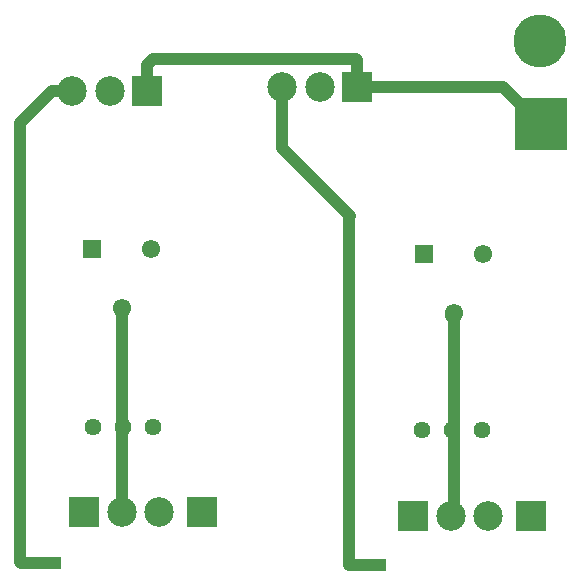
<source format=gbr>
G04 #@! TF.GenerationSoftware,KiCad,Pcbnew,(5.1.2)-1*
G04 #@! TF.CreationDate,2019-06-07T20:02:52-04:00*
G04 #@! TF.ProjectId,mini2_2,6d696e69-325f-4322-9e6b-696361645f70,rev?*
G04 #@! TF.SameCoordinates,Original*
G04 #@! TF.FileFunction,Copper,L2,Bot*
G04 #@! TF.FilePolarity,Positive*
%FSLAX46Y46*%
G04 Gerber Fmt 4.6, Leading zero omitted, Abs format (unit mm)*
G04 Created by KiCad (PCBNEW (5.1.2)-1) date 2019-06-07 20:02:52*
%MOMM*%
%LPD*%
G04 APERTURE LIST*
%ADD10C,1.550000*%
%ADD11R,1.550000X1.550000*%
%ADD12R,1.500000X1.000000*%
%ADD13R,2.499360X2.499360*%
%ADD14C,2.499360*%
%ADD15R,4.500880X4.500880*%
%ADD16C,4.500880*%
%ADD17C,1.440000*%
%ADD18C,1.000000*%
G04 APERTURE END LIST*
D10*
X79939520Y-112177840D03*
D11*
X77439520Y-107177840D03*
D10*
X82439520Y-107177840D03*
X51857280Y-111713020D03*
D11*
X49357280Y-106713020D03*
D10*
X54357280Y-106713020D03*
D12*
X73469500Y-133489700D03*
X45938440Y-133329680D03*
D13*
X58651140Y-128955800D03*
X86474300Y-129339340D03*
X71798180Y-92999560D03*
D14*
X68623180Y-92999560D03*
X65448180Y-92999560D03*
X47660560Y-93383100D03*
X50835560Y-93383100D03*
D13*
X54010560Y-93383100D03*
D15*
X87297260Y-96177100D03*
D16*
X87246460Y-89082880D03*
D13*
X76502260Y-129339340D03*
D14*
X79677260Y-129339340D03*
X82852260Y-129339340D03*
D13*
X48671480Y-128955800D03*
D14*
X51846480Y-128955800D03*
X55021480Y-128955800D03*
D17*
X77228700Y-122024140D03*
X79768700Y-122024140D03*
X82308700Y-122024140D03*
X49385220Y-121754900D03*
X51925220Y-121754900D03*
X54465220Y-121754900D03*
D18*
X84119720Y-92999560D02*
X87297260Y-96177100D01*
X71798180Y-92999560D02*
X84119720Y-92999560D01*
X54010560Y-93383100D02*
X54010560Y-91133420D01*
X71798180Y-90749880D02*
X71671180Y-90622880D01*
X71798180Y-92999560D02*
X71798180Y-90749880D01*
X54521100Y-90622880D02*
X54010560Y-91133420D01*
X71671180Y-90622880D02*
X54521100Y-90622880D01*
X71053960Y-104035860D02*
X71053960Y-133494780D01*
X71191120Y-103898700D02*
X71053960Y-104035860D01*
X65448180Y-92999560D02*
X65448180Y-98155760D01*
X65448180Y-98155760D02*
X71191120Y-103898700D01*
X51698520Y-128807840D02*
X51846480Y-128955800D01*
X79719800Y-129296800D02*
X79677260Y-129339340D01*
X45893246Y-93383100D02*
X47660560Y-93383100D01*
X43202860Y-96073486D02*
X45893246Y-93383100D01*
X43202860Y-133217920D02*
X43202860Y-96073486D01*
X45938440Y-133329680D02*
X43314620Y-133329680D01*
X43314620Y-133329680D02*
X43202860Y-133217920D01*
X71714420Y-133494780D02*
X71053960Y-133494780D01*
X71719500Y-133489700D02*
X71714420Y-133494780D01*
X73469500Y-133489700D02*
X71719500Y-133489700D01*
X79677260Y-112440100D02*
X79939520Y-112177840D01*
X51846480Y-111723820D02*
X51857280Y-111713020D01*
X51846480Y-128955800D02*
X51846480Y-111723820D01*
X79939520Y-129077080D02*
X79677260Y-129339340D01*
X79939520Y-112177840D02*
X79939520Y-129077080D01*
M02*

</source>
